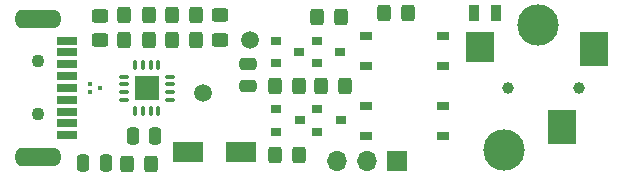
<source format=gts>
%TF.GenerationSoftware,KiCad,Pcbnew,(5.99.0-7212-gef75ce9035)*%
%TF.CreationDate,2021-04-24T18:58:59-07:00*%
%TF.ProjectId,nikon_ctrl,6e696b6f-6e5f-4637-9472-6c2e6b696361,rev?*%
%TF.SameCoordinates,Original*%
%TF.FileFunction,Soldermask,Top*%
%TF.FilePolarity,Negative*%
%FSLAX46Y46*%
G04 Gerber Fmt 4.6, Leading zero omitted, Abs format (unit mm)*
G04 Created by KiCad (PCBNEW (5.99.0-7212-gef75ce9035)) date 2021-04-24 18:58:59*
%MOMM*%
%LPD*%
G01*
G04 APERTURE LIST*
G04 Aperture macros list*
%AMRoundRect*
0 Rectangle with rounded corners*
0 $1 Rounding radius*
0 $2 $3 $4 $5 $6 $7 $8 $9 X,Y pos of 4 corners*
0 Add a 4 corners polygon primitive as box body*
4,1,4,$2,$3,$4,$5,$6,$7,$8,$9,$2,$3,0*
0 Add four circle primitives for the rounded corners*
1,1,$1+$1,$2,$3,0*
1,1,$1+$1,$4,$5,0*
1,1,$1+$1,$6,$7,0*
1,1,$1+$1,$8,$9,0*
0 Add four rect primitives between the rounded corners*
20,1,$1+$1,$2,$3,$4,$5,0*
20,1,$1+$1,$4,$5,$6,$7,0*
20,1,$1+$1,$6,$7,$8,$9,0*
20,1,$1+$1,$8,$9,$2,$3,0*%
G04 Aperture macros list end*
%ADD10R,1.000000X0.800000*%
%ADD11R,0.950000X1.450000*%
%ADD12R,2.600000X1.800000*%
%ADD13C,1.500000*%
%ADD14RoundRect,0.250000X-0.325000X-0.450000X0.325000X-0.450000X0.325000X0.450000X-0.325000X0.450000X0*%
%ADD15O,1.700000X1.700000*%
%ADD16R,1.700000X1.700000*%
%ADD17RoundRect,0.250000X0.325000X0.450000X-0.325000X0.450000X-0.325000X-0.450000X0.325000X-0.450000X0*%
%ADD18R,0.900000X0.800000*%
%ADD19RoundRect,0.250000X-0.250000X-0.475000X0.250000X-0.475000X0.250000X0.475000X-0.250000X0.475000X0*%
%ADD20C,1.100000*%
%ADD21R,1.800000X0.700000*%
%ADD22O,4.000000X1.600000*%
%ADD23RoundRect,0.250000X0.250000X0.475000X-0.250000X0.475000X-0.250000X-0.475000X0.250000X-0.475000X0*%
%ADD24R,0.300000X0.300000*%
%ADD25RoundRect,0.075000X-0.075000X0.350000X-0.075000X-0.350000X0.075000X-0.350000X0.075000X0.350000X0*%
%ADD26RoundRect,0.075000X-0.350000X0.075000X-0.350000X-0.075000X0.350000X-0.075000X0.350000X0.075000X0*%
%ADD27R,2.100000X2.100000*%
%ADD28C,3.500000*%
%ADD29R,2.400000X2.950000*%
%ADD30R,2.400000X2.650000*%
%ADD31C,1.000000*%
%ADD32RoundRect,0.250000X-0.450000X0.325000X-0.450000X-0.325000X0.450000X-0.325000X0.450000X0.325000X0*%
%ADD33RoundRect,0.250000X0.475000X-0.250000X0.475000X0.250000X-0.475000X0.250000X-0.475000X-0.250000X0*%
G04 APERTURE END LIST*
D10*
%TO.C,Q2*%
X150834460Y-109682280D03*
X150834460Y-112222280D03*
X144334460Y-112222280D03*
X144334460Y-109682280D03*
%TD*%
%TO.C,Q1*%
X150834460Y-103789480D03*
X150834460Y-106329480D03*
X144334460Y-106329480D03*
X144334460Y-103789480D03*
%TD*%
D11*
%TO.C,LED1*%
X153489620Y-101828600D03*
X155389620Y-101828600D03*
%TD*%
D12*
%TO.C,C2*%
X133745800Y-113639600D03*
X129245800Y-113639600D03*
%TD*%
D13*
%TO.C,3V3*%
X134510780Y-104152700D03*
%TD*%
%TO.C,GND1*%
X130581400Y-108643420D03*
%TD*%
D14*
%TO.C,R13*%
X147895420Y-101828600D03*
X145845420Y-101828600D03*
%TD*%
D15*
%TO.C,J3*%
X141912340Y-114406680D03*
X144452340Y-114406680D03*
D16*
X146992340Y-114406680D03*
%TD*%
D17*
%TO.C,R5*%
X142612019Y-108020701D03*
X140562019Y-108020701D03*
%TD*%
D18*
%TO.C,Q3*%
X136754360Y-109984500D03*
X136754360Y-111884500D03*
X138754360Y-110934500D03*
%TD*%
D17*
%TO.C,R6*%
X142271860Y-102153720D03*
X140221860Y-102153720D03*
%TD*%
%TO.C,L1*%
X126191120Y-114579400D03*
X124141120Y-114579400D03*
%TD*%
%TO.C,R7*%
X138675220Y-113880900D03*
X136625220Y-113880900D03*
%TD*%
D19*
%TO.C,C3*%
X124609820Y-112212120D03*
X126509820Y-112212120D03*
%TD*%
D20*
%TO.C,J1*%
X116624740Y-105926060D03*
X116624740Y-110426060D03*
D21*
X119074740Y-111176060D03*
X119074740Y-109176060D03*
X119074740Y-107176060D03*
X119074740Y-105176060D03*
X119074740Y-104176060D03*
X119074740Y-106176060D03*
X119074740Y-108176060D03*
X119074740Y-110176060D03*
X119074740Y-112176060D03*
D22*
X116624740Y-114026060D03*
X116624740Y-102326060D03*
%TD*%
D14*
%TO.C,R1*%
X127907372Y-104147620D03*
X129957372Y-104147620D03*
%TD*%
D23*
%TO.C,C1*%
X122316280Y-114551460D03*
X120416280Y-114551460D03*
%TD*%
D17*
%TO.C,R8*%
X138708240Y-108033820D03*
X136658240Y-108033820D03*
%TD*%
D14*
%TO.C,R3*%
X127907372Y-102029260D03*
X129957372Y-102029260D03*
%TD*%
D17*
%TO.C,R2*%
X125950386Y-104147620D03*
X123900386Y-104147620D03*
%TD*%
D18*
%TO.C,Q5*%
X140198600Y-109984500D03*
X140198600Y-111884500D03*
X142198600Y-110934500D03*
%TD*%
D24*
%TO.C,U2*%
X120971760Y-107810820D03*
X120971760Y-108510820D03*
X121821760Y-108160820D03*
%TD*%
D25*
%TO.C,U1*%
X126760880Y-106246380D03*
X126110880Y-106246380D03*
X125460880Y-106246380D03*
X124810880Y-106246380D03*
D26*
X123835880Y-107221380D03*
X123835880Y-107871380D03*
X123835880Y-108521380D03*
X123835880Y-109171380D03*
D25*
X124810880Y-110146380D03*
X125460880Y-110146380D03*
X126110880Y-110146380D03*
X126760880Y-110146380D03*
D26*
X127735880Y-109171380D03*
X127735880Y-108521380D03*
X127735880Y-107871380D03*
X127735880Y-107221380D03*
D27*
X125785880Y-108196380D03*
%TD*%
D28*
%TO.C,H1*%
X158912560Y-102864920D03*
%TD*%
D17*
%TO.C,R4*%
X125950386Y-102029260D03*
X123900386Y-102029260D03*
%TD*%
D18*
%TO.C,Q4*%
X136723880Y-104188220D03*
X136723880Y-106088220D03*
X138723880Y-105138220D03*
%TD*%
%TO.C,Q6*%
X140170660Y-104185680D03*
X140170660Y-106085680D03*
X142170660Y-105135680D03*
%TD*%
D28*
%TO.C,H2*%
X156044900Y-113398300D03*
%TD*%
D29*
%TO.C,J2*%
X163676860Y-104903600D03*
D30*
X153976860Y-104753600D03*
D29*
X160976860Y-111453600D03*
D31*
X162376860Y-108178600D03*
X156376860Y-108178600D03*
%TD*%
D32*
%TO.C,R12*%
X121818400Y-102050740D03*
X121818400Y-104100740D03*
%TD*%
%TO.C,R11*%
X132024120Y-102040580D03*
X132024120Y-104090580D03*
%TD*%
D33*
%TO.C,C4*%
X134330440Y-108033860D03*
X134330440Y-106133860D03*
%TD*%
M02*

</source>
